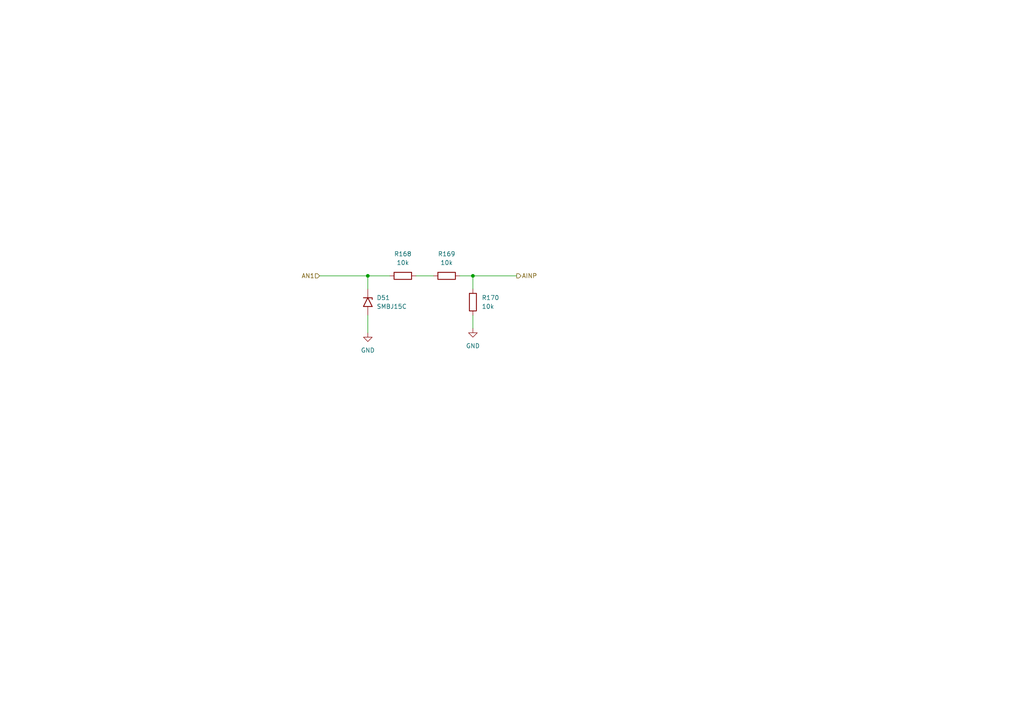
<source format=kicad_sch>
(kicad_sch (version 20211123) (generator eeschema)
  (paper "A4")
  (lib_symbols
    (symbol "Device:R" (pin_numbers hide) (pin_names (offset 0))
      (property "Reference" "R" (at 2.032 0 90))
      (property "Value" "R" (at 0 0 90))
      (symbol "R_0_1"
        (rectangle (start -1.016 -2.54) (end 1.016 2.54) (stroke (width 0.254)))
      )
      (symbol "R_1_1"
        (pin passive line (at 0 3.81 270) (length 1.27) (name "~") (number "1"))
        (pin passive line (at 0 -3.81 90) (length 1.27) (name "~") (number "2"))
      )
    )
    (symbol "Diode:SM6T7V5A" (pin_numbers hide) (pin_names (offset 1.016) hide)
      (property "Reference" "D" (at 0 2.54 0))
      (property "Value" "SM6T7V5A" (at 0 -2.54 0))
      (symbol "SM6T7V5A_0_1"
        (polyline (pts (xy -0.762 1.27) (xy -1.27 1.27) (xy -1.27 -1.27)) (stroke (width 0.254)))
        (polyline (pts (xy 1.27 1.27) (xy 1.27 -1.27) (xy -1.27 0) (xy 1.27 1.27)) (stroke (width 0.254)))
      )
      (symbol "SM6T7V5A_1_1"
        (pin passive line (at -3.81 0 0) (length 2.54) (name "A1") (number "1"))
        (pin passive line (at 3.81 0 180) (length 2.54) (name "A2") (number "2"))
      )
    )
    (symbol "power:GND" (power) (pin_names (offset 0))
      (property "Value" "GND" (at 0 -3.81 0))
      (symbol "GND_0_1"
        (polyline (pts (xy 0 0) (xy 0 -1.27) (xy 1.27 -1.27) (xy 0 -2.54) (xy -1.27 -1.27) (xy 0 -1.27)))
      )
      (symbol "GND_1_1"
        (pin power_in line (at 0 0 270) (length 0) hide (name "GND") (number "1"))
      )
    )
  )
  (junction (at 137.16 80.01))
  (junction (at 106.68 80.01))
  (wire (pts (xy 120.65 80.01) (xy 125.73 80.01)))
  (wire (pts (xy 137.16 91.44) (xy 137.16 95.25)))
  (wire (pts (xy 137.16 80.01) (xy 137.16 83.82)))
  (wire (pts (xy 137.16 80.01) (xy 149.86 80.01)))
  (wire (pts (xy 106.68 80.01) (xy 113.03 80.01)))
  (wire (pts (xy 106.68 91.44) (xy 106.68 96.52)))
  (wire (pts (xy 92.71 80.01) (xy 106.68 80.01)))
  (wire (pts (xy 133.35 80.01) (xy 137.16 80.01)))
  (wire (pts (xy 106.68 80.01) (xy 106.68 83.82)))
  (hierarchical_label "AN1" (shape input) (at 92.71 80.01 180))
  (hierarchical_label "AINP" (shape output) (at 149.86 80.01 0))
  (symbol (lib_id "power:GND") (at 137.16 95.25 0)
    (property "Reference" "#PWR0283" (effects hide))
    (property "Value" "GND" (at 137.16 100.33 0))
  )
  (symbol (lib_id "power:GND") (at 106.68 96.52 0)
    (property "Reference" "#PWR0284" (effects hide))
    (property "Value" "GND" (at 106.68 101.6 0))
  )
  (symbol (lib_id "Device:R") (at 137.16 87.63 180)
    (property "Reference" "R170" (at 139.7 86.3599 0) (effects (justify right)))
    (property "Value" "10k" (at 139.7 88.8999 0) (effects (justify right)))
    (property "Footprint" "Resistor_SMD:R_0805_2012Metric_Pad1.20x1.40mm_HandSolder" (effects hide))
  )
  (symbol (lib_id "Device:R") (at 116.84 80.01 90)
    (property "Reference" "R168" (at 116.84 73.66 90))
    (property "Value" "10k" (at 116.84 76.2 90))
    (property "Footprint" "Resistor_SMD:R_0805_2012Metric_Pad1.20x1.40mm_HandSolder" (effects hide))
  )
  (symbol (lib_id "Device:R") (at 129.54 80.01 90)
    (property "Reference" "R169" (at 129.54 73.66 90))
    (property "Value" "10k" (at 129.54 76.2 90))
    (property "Footprint" "Resistor_SMD:R_0805_2012Metric_Pad1.20x1.40mm_HandSolder" (effects hide))
  )
  (symbol (lib_id "Diode:SM6T7V5A") (at 106.68 87.63 270)
    (property "Reference" "D51" (at 109.22 86.3599 90) (effects (justify left)))
    (property "Value" "SMBJ15C" (at 109.22 88.8999 90) (effects (justify left)))
    (property "Footprint" "transils:D_SMBJ_SMA-SMB_Universal_Handsoldering" (effects hide))
    (property "Datasheet" "https://www.st.com/resource/en/datasheet/sm6t.pdf" (effects hide))
  )
)
</source>
